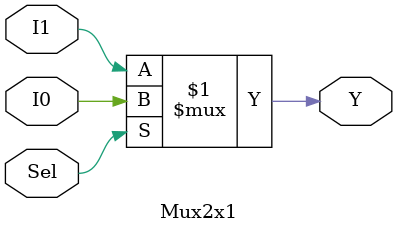
<source format=v>
`timescale 1ns / 1ps


module Mux2x1(
input I0,
input I1,
input Sel,
output Y
    );
    assign Y=Sel ? I0 : I1;
endmodule

</source>
